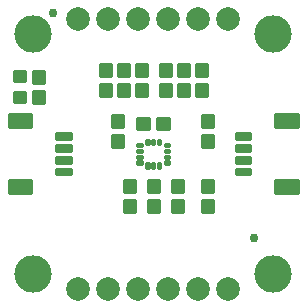
<source format=gts>
G04 EAGLE Gerber RS-274X export*
G75*
%MOMM*%
%FSLAX34Y34*%
%LPD*%
%INSoldermask Top*%
%IPPOS*%
%AMOC8*
5,1,8,0,0,1.08239X$1,22.5*%
G01*
%ADD10C,0.225400*%
%ADD11C,3.175000*%
%ADD12C,0.762000*%
%ADD13C,2.006600*%
%ADD14C,0.225588*%
%ADD15C,0.225369*%
%ADD16C,0.428259*%
%ADD17C,0.230578*%


D10*
X101028Y142558D02*
X101028Y132542D01*
X92012Y132542D01*
X92012Y142558D01*
X101028Y142558D01*
X101028Y134683D02*
X92012Y134683D01*
X92012Y136824D02*
X101028Y136824D01*
X101028Y138965D02*
X92012Y138965D01*
X92012Y141106D02*
X101028Y141106D01*
X101028Y149542D02*
X101028Y159558D01*
X101028Y149542D02*
X92012Y149542D01*
X92012Y159558D01*
X101028Y159558D01*
X101028Y151683D02*
X92012Y151683D01*
X92012Y153824D02*
X101028Y153824D01*
X101028Y155965D02*
X92012Y155965D01*
X92012Y158106D02*
X101028Y158106D01*
X130492Y156908D02*
X140508Y156908D01*
X140508Y147892D01*
X130492Y147892D01*
X130492Y156908D01*
X130492Y150033D02*
X140508Y150033D01*
X140508Y152174D02*
X130492Y152174D01*
X130492Y154315D02*
X140508Y154315D01*
X140508Y156456D02*
X130492Y156456D01*
X123508Y156908D02*
X113492Y156908D01*
X123508Y156908D02*
X123508Y147892D01*
X113492Y147892D01*
X113492Y156908D01*
X113492Y150033D02*
X123508Y150033D01*
X123508Y152174D02*
X113492Y152174D01*
X113492Y154315D02*
X123508Y154315D01*
X123508Y156456D02*
X113492Y156456D01*
D11*
X25400Y228600D03*
X25400Y25400D03*
X228600Y25400D03*
D10*
X122492Y94932D02*
X122492Y104948D01*
X131508Y104948D01*
X131508Y94932D01*
X122492Y94932D01*
X122492Y97073D02*
X131508Y97073D01*
X131508Y99214D02*
X122492Y99214D01*
X122492Y101355D02*
X131508Y101355D01*
X131508Y103496D02*
X122492Y103496D01*
X122492Y87948D02*
X122492Y77932D01*
X122492Y87948D02*
X131508Y87948D01*
X131508Y77932D01*
X122492Y77932D01*
X122492Y80073D02*
X131508Y80073D01*
X131508Y82214D02*
X122492Y82214D01*
X122492Y84355D02*
X131508Y84355D01*
X131508Y86496D02*
X122492Y86496D01*
X142812Y94932D02*
X142812Y104948D01*
X151828Y104948D01*
X151828Y94932D01*
X142812Y94932D01*
X142812Y97073D02*
X151828Y97073D01*
X151828Y99214D02*
X142812Y99214D01*
X142812Y101355D02*
X151828Y101355D01*
X151828Y103496D02*
X142812Y103496D01*
X142812Y87948D02*
X142812Y77932D01*
X142812Y87948D02*
X151828Y87948D01*
X151828Y77932D01*
X142812Y77932D01*
X142812Y80073D02*
X151828Y80073D01*
X151828Y82214D02*
X142812Y82214D01*
X142812Y84355D02*
X151828Y84355D01*
X151828Y86496D02*
X142812Y86496D01*
D12*
X41910Y246380D03*
X212344Y55880D03*
D10*
X102172Y95059D02*
X102172Y105075D01*
X111188Y105075D01*
X111188Y95059D01*
X102172Y95059D01*
X102172Y97200D02*
X111188Y97200D01*
X111188Y99341D02*
X102172Y99341D01*
X102172Y101482D02*
X111188Y101482D01*
X111188Y103623D02*
X102172Y103623D01*
X102172Y88075D02*
X102172Y78059D01*
X102172Y88075D02*
X111188Y88075D01*
X111188Y78059D01*
X102172Y78059D01*
X102172Y80200D02*
X111188Y80200D01*
X111188Y82341D02*
X102172Y82341D01*
X102172Y84482D02*
X111188Y84482D01*
X111188Y86623D02*
X102172Y86623D01*
D13*
X190500Y12700D03*
X165100Y12700D03*
X139700Y12700D03*
X114300Y12700D03*
X88900Y12700D03*
X63500Y12700D03*
X63500Y241300D03*
X88900Y241300D03*
X114300Y241300D03*
X139700Y241300D03*
X165100Y241300D03*
X190500Y241300D03*
D14*
X249203Y104507D02*
X249203Y93493D01*
X230189Y93493D01*
X230189Y104507D01*
X249203Y104507D01*
X249203Y95636D02*
X230189Y95636D01*
X230189Y97779D02*
X249203Y97779D01*
X249203Y99922D02*
X230189Y99922D01*
X230189Y102065D02*
X249203Y102065D01*
X249203Y104208D02*
X230189Y104208D01*
X249203Y149493D02*
X249203Y160507D01*
X249203Y149493D02*
X230189Y149493D01*
X230189Y160507D01*
X249203Y160507D01*
X249203Y151636D02*
X230189Y151636D01*
X230189Y153779D02*
X249203Y153779D01*
X249203Y155922D02*
X230189Y155922D01*
X230189Y158065D02*
X249203Y158065D01*
X249203Y160208D02*
X230189Y160208D01*
D15*
X209204Y114508D02*
X209204Y109492D01*
X196688Y109492D01*
X196688Y114508D01*
X209204Y114508D01*
X209204Y111633D02*
X196688Y111633D01*
X196688Y113774D02*
X209204Y113774D01*
X209204Y119492D02*
X209204Y124508D01*
X209204Y119492D02*
X196688Y119492D01*
X196688Y124508D01*
X209204Y124508D01*
X209204Y121633D02*
X196688Y121633D01*
X196688Y123774D02*
X209204Y123774D01*
X209204Y129492D02*
X209204Y134508D01*
X209204Y129492D02*
X196688Y129492D01*
X196688Y134508D01*
X209204Y134508D01*
X209204Y131633D02*
X196688Y131633D01*
X196688Y133774D02*
X209204Y133774D01*
X209204Y139492D02*
X209204Y144508D01*
X209204Y139492D02*
X196688Y139492D01*
X196688Y144508D01*
X209204Y144508D01*
X209204Y141633D02*
X196688Y141633D01*
X196688Y143774D02*
X209204Y143774D01*
D14*
X4543Y149493D02*
X4543Y160507D01*
X23557Y160507D01*
X23557Y149493D01*
X4543Y149493D01*
X4543Y151636D02*
X23557Y151636D01*
X23557Y153779D02*
X4543Y153779D01*
X4543Y155922D02*
X23557Y155922D01*
X23557Y158065D02*
X4543Y158065D01*
X4543Y160208D02*
X23557Y160208D01*
X4543Y104507D02*
X4543Y93493D01*
X4543Y104507D02*
X23557Y104507D01*
X23557Y93493D01*
X4543Y93493D01*
X4543Y95636D02*
X23557Y95636D01*
X23557Y97779D02*
X4543Y97779D01*
X4543Y99922D02*
X23557Y99922D01*
X23557Y102065D02*
X4543Y102065D01*
X4543Y104208D02*
X23557Y104208D01*
D15*
X44542Y139492D02*
X44542Y144508D01*
X57058Y144508D01*
X57058Y139492D01*
X44542Y139492D01*
X44542Y141633D02*
X57058Y141633D01*
X57058Y143774D02*
X44542Y143774D01*
X44542Y134508D02*
X44542Y129492D01*
X44542Y134508D02*
X57058Y134508D01*
X57058Y129492D01*
X44542Y129492D01*
X44542Y131633D02*
X57058Y131633D01*
X57058Y133774D02*
X44542Y133774D01*
X44542Y124508D02*
X44542Y119492D01*
X44542Y124508D02*
X57058Y124508D01*
X57058Y119492D01*
X44542Y119492D01*
X44542Y121633D02*
X57058Y121633D01*
X57058Y123774D02*
X44542Y123774D01*
X44542Y114508D02*
X44542Y109492D01*
X44542Y114508D02*
X57058Y114508D01*
X57058Y109492D01*
X44542Y109492D01*
X44542Y111633D02*
X57058Y111633D01*
X57058Y113774D02*
X44542Y113774D01*
D16*
X17210Y178620D02*
X10222Y178620D01*
X17210Y178620D02*
X17210Y171632D01*
X10222Y171632D01*
X10222Y178620D01*
X10222Y175701D02*
X17210Y175701D01*
X17210Y196160D02*
X10222Y196160D01*
X17210Y196160D02*
X17210Y189172D01*
X10222Y189172D01*
X10222Y196160D01*
X10222Y193241D02*
X17210Y193241D01*
D10*
X25210Y196896D02*
X25210Y186880D01*
X25210Y196896D02*
X34226Y196896D01*
X34226Y186880D01*
X25210Y186880D01*
X25210Y189021D02*
X34226Y189021D01*
X34226Y191162D02*
X25210Y191162D01*
X25210Y193303D02*
X34226Y193303D01*
X34226Y195444D02*
X25210Y195444D01*
X25210Y179896D02*
X25210Y169880D01*
X25210Y179896D02*
X34226Y179896D01*
X34226Y169880D01*
X25210Y169880D01*
X25210Y172021D02*
X34226Y172021D01*
X34226Y174162D02*
X25210Y174162D01*
X25210Y176303D02*
X34226Y176303D01*
X34226Y178444D02*
X25210Y178444D01*
X177228Y142558D02*
X177228Y132542D01*
X168212Y132542D01*
X168212Y142558D01*
X177228Y142558D01*
X177228Y134683D02*
X168212Y134683D01*
X168212Y136824D02*
X177228Y136824D01*
X177228Y138965D02*
X168212Y138965D01*
X168212Y141106D02*
X177228Y141106D01*
X177228Y149542D02*
X177228Y159558D01*
X177228Y149542D02*
X168212Y149542D01*
X168212Y159558D01*
X177228Y159558D01*
X177228Y151683D02*
X168212Y151683D01*
X168212Y153824D02*
X177228Y153824D01*
X177228Y155965D02*
X168212Y155965D01*
X168212Y158106D02*
X177228Y158106D01*
X177228Y87948D02*
X177228Y77932D01*
X168212Y77932D01*
X168212Y87948D01*
X177228Y87948D01*
X177228Y80073D02*
X168212Y80073D01*
X168212Y82214D02*
X177228Y82214D01*
X177228Y84355D02*
X168212Y84355D01*
X168212Y86496D02*
X177228Y86496D01*
X177228Y94932D02*
X177228Y104948D01*
X177228Y94932D02*
X168212Y94932D01*
X168212Y104948D01*
X177228Y104948D01*
X177228Y97073D02*
X168212Y97073D01*
X168212Y99214D02*
X177228Y99214D01*
X177228Y101355D02*
X168212Y101355D01*
X168212Y103496D02*
X177228Y103496D01*
D17*
X140507Y120482D02*
X136743Y120482D01*
X140507Y120482D02*
X140507Y118518D01*
X136743Y118518D01*
X136743Y120482D01*
X136743Y125482D02*
X140507Y125482D01*
X140507Y123518D01*
X136743Y123518D01*
X136743Y125482D01*
X136743Y130482D02*
X140507Y130482D01*
X140507Y128518D01*
X136743Y128518D01*
X136743Y130482D01*
X136743Y135482D02*
X140507Y135482D01*
X140507Y133518D01*
X136743Y133518D01*
X136743Y135482D01*
X117257Y133518D02*
X113493Y133518D01*
X113493Y135482D01*
X117257Y135482D01*
X117257Y133518D01*
X117257Y128518D02*
X113493Y128518D01*
X113493Y130482D01*
X117257Y130482D01*
X117257Y128518D01*
X117257Y123518D02*
X113493Y123518D01*
X113493Y125482D01*
X117257Y125482D01*
X117257Y123518D01*
X117257Y118518D02*
X113493Y118518D01*
X113493Y120482D01*
X117257Y120482D01*
X117257Y118518D01*
X131018Y138882D02*
X132982Y138882D01*
X132982Y135118D01*
X131018Y135118D01*
X131018Y138882D01*
X131018Y137309D02*
X132982Y137309D01*
X127982Y138882D02*
X126018Y138882D01*
X127982Y138882D02*
X127982Y135118D01*
X126018Y135118D01*
X126018Y138882D01*
X126018Y137309D02*
X127982Y137309D01*
X122982Y138882D02*
X121018Y138882D01*
X122982Y138882D02*
X122982Y135118D01*
X121018Y135118D01*
X121018Y138882D01*
X121018Y137309D02*
X122982Y137309D01*
X122982Y115118D02*
X121018Y115118D01*
X121018Y118882D01*
X122982Y118882D01*
X122982Y115118D01*
X122982Y117309D02*
X121018Y117309D01*
X126018Y115118D02*
X127982Y115118D01*
X126018Y115118D02*
X126018Y118882D01*
X127982Y118882D01*
X127982Y115118D01*
X127982Y117309D02*
X126018Y117309D01*
X131018Y115118D02*
X132982Y115118D01*
X131018Y115118D02*
X131018Y118882D01*
X132982Y118882D01*
X132982Y115118D01*
X132982Y117309D02*
X131018Y117309D01*
D10*
X141668Y175722D02*
X141668Y185738D01*
X141668Y175722D02*
X132652Y175722D01*
X132652Y185738D01*
X141668Y185738D01*
X141668Y177863D02*
X132652Y177863D01*
X132652Y180004D02*
X141668Y180004D01*
X141668Y182145D02*
X132652Y182145D01*
X132652Y184286D02*
X141668Y184286D01*
X141668Y192722D02*
X141668Y202738D01*
X141668Y192722D02*
X132652Y192722D01*
X132652Y202738D01*
X141668Y202738D01*
X141668Y194863D02*
X132652Y194863D01*
X132652Y197004D02*
X141668Y197004D01*
X141668Y199145D02*
X132652Y199145D01*
X132652Y201286D02*
X141668Y201286D01*
X90868Y185738D02*
X90868Y175722D01*
X81852Y175722D01*
X81852Y185738D01*
X90868Y185738D01*
X90868Y177863D02*
X81852Y177863D01*
X81852Y180004D02*
X90868Y180004D01*
X90868Y182145D02*
X81852Y182145D01*
X81852Y184286D02*
X90868Y184286D01*
X90868Y192722D02*
X90868Y202738D01*
X90868Y192722D02*
X81852Y192722D01*
X81852Y202738D01*
X90868Y202738D01*
X90868Y194863D02*
X81852Y194863D01*
X81852Y197004D02*
X90868Y197004D01*
X90868Y199145D02*
X81852Y199145D01*
X81852Y201286D02*
X90868Y201286D01*
X156908Y185738D02*
X156908Y175722D01*
X147892Y175722D01*
X147892Y185738D01*
X156908Y185738D01*
X156908Y177863D02*
X147892Y177863D01*
X147892Y180004D02*
X156908Y180004D01*
X156908Y182145D02*
X147892Y182145D01*
X147892Y184286D02*
X156908Y184286D01*
X156908Y192722D02*
X156908Y202738D01*
X156908Y192722D02*
X147892Y192722D01*
X147892Y202738D01*
X156908Y202738D01*
X156908Y194863D02*
X147892Y194863D01*
X147892Y197004D02*
X156908Y197004D01*
X156908Y199145D02*
X147892Y199145D01*
X147892Y201286D02*
X156908Y201286D01*
X106108Y185738D02*
X106108Y175722D01*
X97092Y175722D01*
X97092Y185738D01*
X106108Y185738D01*
X106108Y177863D02*
X97092Y177863D01*
X97092Y180004D02*
X106108Y180004D01*
X106108Y182145D02*
X97092Y182145D01*
X97092Y184286D02*
X106108Y184286D01*
X106108Y192722D02*
X106108Y202738D01*
X106108Y192722D02*
X97092Y192722D01*
X97092Y202738D01*
X106108Y202738D01*
X106108Y194863D02*
X97092Y194863D01*
X97092Y197004D02*
X106108Y197004D01*
X106108Y199145D02*
X97092Y199145D01*
X97092Y201286D02*
X106108Y201286D01*
X112332Y202738D02*
X112332Y192722D01*
X112332Y202738D02*
X121348Y202738D01*
X121348Y192722D01*
X112332Y192722D01*
X112332Y194863D02*
X121348Y194863D01*
X121348Y197004D02*
X112332Y197004D01*
X112332Y199145D02*
X121348Y199145D01*
X121348Y201286D02*
X112332Y201286D01*
X112332Y185738D02*
X112332Y175722D01*
X112332Y185738D02*
X121348Y185738D01*
X121348Y175722D01*
X112332Y175722D01*
X112332Y177863D02*
X121348Y177863D01*
X121348Y180004D02*
X112332Y180004D01*
X112332Y182145D02*
X121348Y182145D01*
X121348Y184286D02*
X112332Y184286D01*
X163132Y192722D02*
X163132Y202738D01*
X172148Y202738D01*
X172148Y192722D01*
X163132Y192722D01*
X163132Y194863D02*
X172148Y194863D01*
X172148Y197004D02*
X163132Y197004D01*
X163132Y199145D02*
X172148Y199145D01*
X172148Y201286D02*
X163132Y201286D01*
X163132Y185738D02*
X163132Y175722D01*
X163132Y185738D02*
X172148Y185738D01*
X172148Y175722D01*
X163132Y175722D01*
X163132Y177863D02*
X172148Y177863D01*
X172148Y180004D02*
X163132Y180004D01*
X163132Y182145D02*
X172148Y182145D01*
X172148Y184286D02*
X163132Y184286D01*
D11*
X228600Y228600D03*
M02*

</source>
